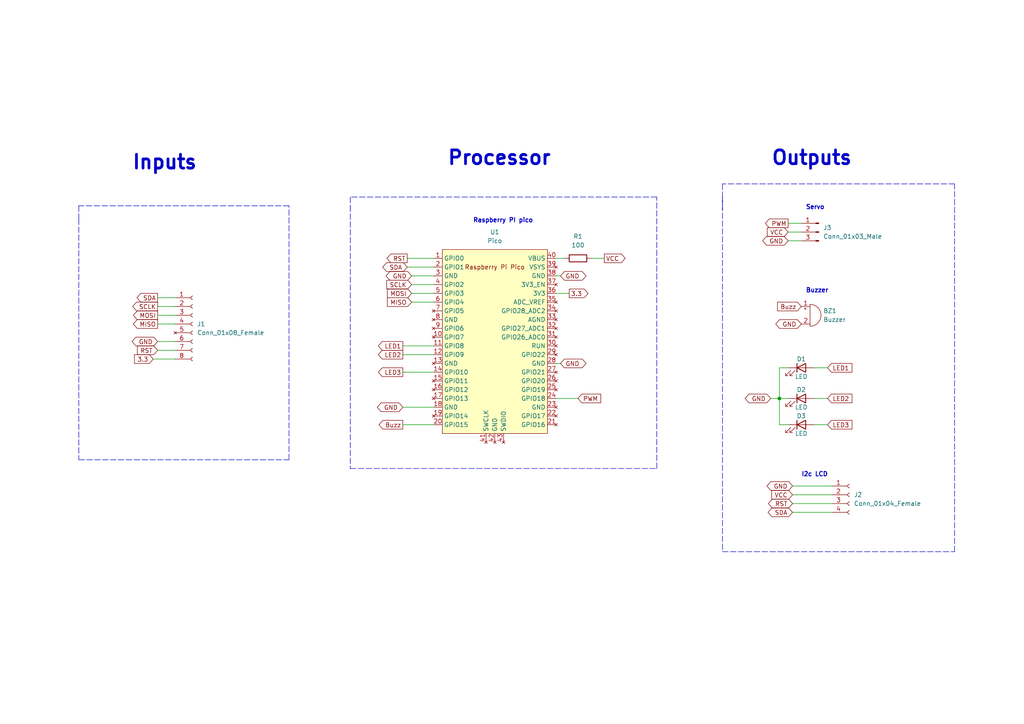
<source format=kicad_sch>
(kicad_sch (version 20211123) (generator eeschema)

  (uuid 9a9a6a0e-a1b2-4f7b-b64c-27328aee5fac)

  (paper "A4")

  (title_block
    (title "ECE388 project")
    (date "2022-10-11")
    (company "Group Members: ")
    (comment 1 "Ayyappan Rajesh")
    (comment 2 "Abhishek Bhattiprolu")
    (comment 3 "Husain Alshemmari")
    (comment 4 "Christian Fall")
  )

  (lib_symbols
    (symbol "Connector:Conn_01x03_Male" (pin_names (offset 1.016) hide) (in_bom yes) (on_board yes)
      (property "Reference" "J" (id 0) (at 0 5.08 0)
        (effects (font (size 1.27 1.27)))
      )
      (property "Value" "Conn_01x03_Male" (id 1) (at 0 -5.08 0)
        (effects (font (size 1.27 1.27)))
      )
      (property "Footprint" "" (id 2) (at 0 0 0)
        (effects (font (size 1.27 1.27)) hide)
      )
      (property "Datasheet" "~" (id 3) (at 0 0 0)
        (effects (font (size 1.27 1.27)) hide)
      )
      (property "ki_keywords" "connector" (id 4) (at 0 0 0)
        (effects (font (size 1.27 1.27)) hide)
      )
      (property "ki_description" "Generic connector, single row, 01x03, script generated (kicad-library-utils/schlib/autogen/connector/)" (id 5) (at 0 0 0)
        (effects (font (size 1.27 1.27)) hide)
      )
      (property "ki_fp_filters" "Connector*:*_1x??_*" (id 6) (at 0 0 0)
        (effects (font (size 1.27 1.27)) hide)
      )
      (symbol "Conn_01x03_Male_1_1"
        (polyline
          (pts
            (xy 1.27 -2.54)
            (xy 0.8636 -2.54)
          )
          (stroke (width 0.1524) (type default) (color 0 0 0 0))
          (fill (type none))
        )
        (polyline
          (pts
            (xy 1.27 0)
            (xy 0.8636 0)
          )
          (stroke (width 0.1524) (type default) (color 0 0 0 0))
          (fill (type none))
        )
        (polyline
          (pts
            (xy 1.27 2.54)
            (xy 0.8636 2.54)
          )
          (stroke (width 0.1524) (type default) (color 0 0 0 0))
          (fill (type none))
        )
        (rectangle (start 0.8636 -2.413) (end 0 -2.667)
          (stroke (width 0.1524) (type default) (color 0 0 0 0))
          (fill (type outline))
        )
        (rectangle (start 0.8636 0.127) (end 0 -0.127)
          (stroke (width 0.1524) (type default) (color 0 0 0 0))
          (fill (type outline))
        )
        (rectangle (start 0.8636 2.667) (end 0 2.413)
          (stroke (width 0.1524) (type default) (color 0 0 0 0))
          (fill (type outline))
        )
        (pin passive line (at 5.08 2.54 180) (length 3.81)
          (name "Pin_1" (effects (font (size 1.27 1.27))))
          (number "1" (effects (font (size 1.27 1.27))))
        )
        (pin passive line (at 5.08 0 180) (length 3.81)
          (name "Pin_2" (effects (font (size 1.27 1.27))))
          (number "2" (effects (font (size 1.27 1.27))))
        )
        (pin passive line (at 5.08 -2.54 180) (length 3.81)
          (name "Pin_3" (effects (font (size 1.27 1.27))))
          (number "3" (effects (font (size 1.27 1.27))))
        )
      )
    )
    (symbol "Connector:Conn_01x04_Female" (pin_names (offset 1.016) hide) (in_bom yes) (on_board yes)
      (property "Reference" "J?" (id 0) (at 1.27 0.0001 0)
        (effects (font (size 1.27 1.27)) (justify left))
      )
      (property "Value" "Conn_01x04_Female" (id 1) (at 1.27 -2.5399 0)
        (effects (font (size 1.27 1.27)) (justify left))
      )
      (property "Footprint" "" (id 2) (at 0 0 0)
        (effects (font (size 1.27 1.27)) hide)
      )
      (property "Datasheet" "~" (id 3) (at 0 0 0)
        (effects (font (size 1.27 1.27)) hide)
      )
      (property "ki_keywords" "connector" (id 4) (at 0 0 0)
        (effects (font (size 1.27 1.27)) hide)
      )
      (property "ki_description" "Generic connector, single row, 01x04, script generated (kicad-library-utils/schlib/autogen/connector/)" (id 5) (at 0 0 0)
        (effects (font (size 1.27 1.27)) hide)
      )
      (property "ki_fp_filters" "Connector*:*_1x??_*" (id 6) (at 0 0 0)
        (effects (font (size 1.27 1.27)) hide)
      )
      (symbol "Conn_01x04_Female_1_1"
        (arc (start 0 -4.572) (mid -0.508 -5.08) (end 0 -5.588)
          (stroke (width 0.1524) (type default) (color 0 0 0 0))
          (fill (type none))
        )
        (arc (start 0 -2.032) (mid -0.508 -2.54) (end 0 -3.048)
          (stroke (width 0.1524) (type default) (color 0 0 0 0))
          (fill (type none))
        )
        (polyline
          (pts
            (xy -1.27 -5.08)
            (xy -0.508 -5.08)
          )
          (stroke (width 0.1524) (type default) (color 0 0 0 0))
          (fill (type none))
        )
        (polyline
          (pts
            (xy -1.27 -2.54)
            (xy -0.508 -2.54)
          )
          (stroke (width 0.1524) (type default) (color 0 0 0 0))
          (fill (type none))
        )
        (polyline
          (pts
            (xy -1.27 0)
            (xy -0.508 0)
          )
          (stroke (width 0.1524) (type default) (color 0 0 0 0))
          (fill (type none))
        )
        (polyline
          (pts
            (xy -1.27 2.54)
            (xy -0.508 2.54)
          )
          (stroke (width 0.1524) (type default) (color 0 0 0 0))
          (fill (type none))
        )
        (arc (start 0 0.508) (mid -0.508 0) (end 0 -0.508)
          (stroke (width 0.1524) (type default) (color 0 0 0 0))
          (fill (type none))
        )
        (arc (start 0 3.048) (mid -0.508 2.54) (end 0 2.032)
          (stroke (width 0.1524) (type default) (color 0 0 0 0))
          (fill (type none))
        )
        (pin passive line (at -5.08 2.54 0) (length 3.81)
          (name "GND" (effects (font (size 1.27 1.27))))
          (number "1" (effects (font (size 1.27 1.27))))
        )
        (pin passive line (at -5.08 0 0) (length 3.81)
          (name "VCC" (effects (font (size 1.27 1.27))))
          (number "2" (effects (font (size 1.27 1.27))))
        )
        (pin passive line (at -5.08 -2.54 0) (length 3.81)
          (name "SDA" (effects (font (size 1.27 1.27))))
          (number "3" (effects (font (size 1.27 1.27))))
        )
        (pin passive line (at -5.08 -5.08 0) (length 3.81)
          (name "SCL" (effects (font (size 1.27 1.27))))
          (number "4" (effects (font (size 1.27 1.27))))
        )
      )
    )
    (symbol "Connector:Conn_01x08_Female" (pin_names (offset 1.016) hide) (in_bom yes) (on_board yes)
      (property "Reference" "J?" (id 0) (at 1.27 0.0001 0)
        (effects (font (size 1.27 1.27)) (justify left))
      )
      (property "Value" "Conn_01x08_Female" (id 1) (at 1.27 -2.5399 0)
        (effects (font (size 1.27 1.27)) (justify left))
      )
      (property "Footprint" "" (id 2) (at 0 0 0)
        (effects (font (size 1.27 1.27)) hide)
      )
      (property "Datasheet" "~" (id 3) (at 0 0 0)
        (effects (font (size 1.27 1.27)) hide)
      )
      (property "ki_keywords" "connector" (id 4) (at 0 0 0)
        (effects (font (size 1.27 1.27)) hide)
      )
      (property "ki_description" "Generic connector, single row, 01x08, script generated (kicad-library-utils/schlib/autogen/connector/)" (id 5) (at 0 0 0)
        (effects (font (size 1.27 1.27)) hide)
      )
      (property "ki_fp_filters" "Connector*:*_1x??_*" (id 6) (at 0 0 0)
        (effects (font (size 1.27 1.27)) hide)
      )
      (symbol "Conn_01x08_Female_1_1"
        (arc (start 0 -9.652) (mid -0.508 -10.16) (end 0 -10.668)
          (stroke (width 0.1524) (type default) (color 0 0 0 0))
          (fill (type none))
        )
        (arc (start 0 -7.112) (mid -0.508 -7.62) (end 0 -8.128)
          (stroke (width 0.1524) (type default) (color 0 0 0 0))
          (fill (type none))
        )
        (arc (start 0 -4.572) (mid -0.508 -5.08) (end 0 -5.588)
          (stroke (width 0.1524) (type default) (color 0 0 0 0))
          (fill (type none))
        )
        (arc (start 0 -2.032) (mid -0.508 -2.54) (end 0 -3.048)
          (stroke (width 0.1524) (type default) (color 0 0 0 0))
          (fill (type none))
        )
        (polyline
          (pts
            (xy -1.27 -10.16)
            (xy -0.508 -10.16)
          )
          (stroke (width 0.1524) (type default) (color 0 0 0 0))
          (fill (type none))
        )
        (polyline
          (pts
            (xy -1.27 -7.62)
            (xy -0.508 -7.62)
          )
          (stroke (width 0.1524) (type default) (color 0 0 0 0))
          (fill (type none))
        )
        (polyline
          (pts
            (xy -1.27 -5.08)
            (xy -0.508 -5.08)
          )
          (stroke (width 0.1524) (type default) (color 0 0 0 0))
          (fill (type none))
        )
        (polyline
          (pts
            (xy -1.27 -2.54)
            (xy -0.508 -2.54)
          )
          (stroke (width 0.1524) (type default) (color 0 0 0 0))
          (fill (type none))
        )
        (polyline
          (pts
            (xy -1.27 0)
            (xy -0.508 0)
          )
          (stroke (width 0.1524) (type default) (color 0 0 0 0))
          (fill (type none))
        )
        (polyline
          (pts
            (xy -1.27 2.54)
            (xy -0.508 2.54)
          )
          (stroke (width 0.1524) (type default) (color 0 0 0 0))
          (fill (type none))
        )
        (polyline
          (pts
            (xy -1.27 5.08)
            (xy -0.508 5.08)
          )
          (stroke (width 0.1524) (type default) (color 0 0 0 0))
          (fill (type none))
        )
        (polyline
          (pts
            (xy -1.27 7.62)
            (xy -0.508 7.62)
          )
          (stroke (width 0.1524) (type default) (color 0 0 0 0))
          (fill (type none))
        )
        (arc (start 0 0.508) (mid -0.508 0) (end 0 -0.508)
          (stroke (width 0.1524) (type default) (color 0 0 0 0))
          (fill (type none))
        )
        (arc (start 0 3.048) (mid -0.508 2.54) (end 0 2.032)
          (stroke (width 0.1524) (type default) (color 0 0 0 0))
          (fill (type none))
        )
        (arc (start 0 5.588) (mid -0.508 5.08) (end 0 4.572)
          (stroke (width 0.1524) (type default) (color 0 0 0 0))
          (fill (type none))
        )
        (arc (start 0 8.128) (mid -0.508 7.62) (end 0 7.112)
          (stroke (width 0.1524) (type default) (color 0 0 0 0))
          (fill (type none))
        )
        (pin passive line (at -5.08 7.62 0) (length 3.81)
          (name "SDA" (effects (font (size 1.27 1.27))))
          (number "1" (effects (font (size 1.27 1.27))))
        )
        (pin passive line (at -5.08 5.08 0) (length 3.81)
          (name "SCK" (effects (font (size 1.27 1.27))))
          (number "2" (effects (font (size 1.27 1.27))))
        )
        (pin passive line (at -5.08 2.54 0) (length 3.81)
          (name "MOSI" (effects (font (size 1.27 1.27))))
          (number "3" (effects (font (size 1.27 1.27))))
        )
        (pin passive line (at -5.08 0 0) (length 3.81)
          (name "MISO" (effects (font (size 1.27 1.27))))
          (number "4" (effects (font (size 1.27 1.27))))
        )
        (pin no_connect line (at -5.08 -2.54 0) (length 3.81)
          (name "IRQ" (effects (font (size 1.27 1.27))))
          (number "5" (effects (font (size 1.27 1.27))))
        )
        (pin passive line (at -5.08 -5.08 0) (length 3.81)
          (name "GND" (effects (font (size 1.27 1.27))))
          (number "6" (effects (font (size 1.27 1.27))))
        )
        (pin passive line (at -5.08 -7.62 0) (length 3.81)
          (name "RST" (effects (font (size 1.27 1.27))))
          (number "7" (effects (font (size 1.27 1.27))))
        )
        (pin passive line (at -5.08 -10.16 0) (length 3.81)
          (name "3.3V" (effects (font (size 1.27 1.27))))
          (number "8" (effects (font (size 1.27 1.27))))
        )
      )
    )
    (symbol "Device:Buzzer" (pin_names (offset 0.0254) hide) (in_bom yes) (on_board yes)
      (property "Reference" "BZ" (id 0) (at 3.81 1.27 0)
        (effects (font (size 1.27 1.27)) (justify left))
      )
      (property "Value" "Buzzer" (id 1) (at 3.81 -1.27 0)
        (effects (font (size 1.27 1.27)) (justify left))
      )
      (property "Footprint" "" (id 2) (at -0.635 2.54 90)
        (effects (font (size 1.27 1.27)) hide)
      )
      (property "Datasheet" "~" (id 3) (at -0.635 2.54 90)
        (effects (font (size 1.27 1.27)) hide)
      )
      (property "ki_keywords" "quartz resonator ceramic" (id 4) (at 0 0 0)
        (effects (font (size 1.27 1.27)) hide)
      )
      (property "ki_description" "Buzzer, polarized" (id 5) (at 0 0 0)
        (effects (font (size 1.27 1.27)) hide)
      )
      (property "ki_fp_filters" "*Buzzer*" (id 6) (at 0 0 0)
        (effects (font (size 1.27 1.27)) hide)
      )
      (symbol "Buzzer_0_1"
        (arc (start 0 -3.175) (mid 3.175 0) (end 0 3.175)
          (stroke (width 0) (type default) (color 0 0 0 0))
          (fill (type none))
        )
        (polyline
          (pts
            (xy -1.651 1.905)
            (xy -1.143 1.905)
          )
          (stroke (width 0) (type default) (color 0 0 0 0))
          (fill (type none))
        )
        (polyline
          (pts
            (xy -1.397 2.159)
            (xy -1.397 1.651)
          )
          (stroke (width 0) (type default) (color 0 0 0 0))
          (fill (type none))
        )
        (polyline
          (pts
            (xy 0 3.175)
            (xy 0 -3.175)
          )
          (stroke (width 0) (type default) (color 0 0 0 0))
          (fill (type none))
        )
      )
      (symbol "Buzzer_1_1"
        (pin passive line (at -2.54 2.54 0) (length 2.54)
          (name "-" (effects (font (size 1.27 1.27))))
          (number "1" (effects (font (size 1.27 1.27))))
        )
        (pin passive line (at -2.54 -2.54 0) (length 2.54)
          (name "+" (effects (font (size 1.27 1.27))))
          (number "2" (effects (font (size 1.27 1.27))))
        )
      )
    )
    (symbol "Device:LED" (pin_numbers hide) (pin_names (offset 1.016) hide) (in_bom yes) (on_board yes)
      (property "Reference" "D" (id 0) (at 0 2.54 0)
        (effects (font (size 1.27 1.27)))
      )
      (property "Value" "LED" (id 1) (at 0 -2.54 0)
        (effects (font (size 1.27 1.27)))
      )
      (property "Footprint" "" (id 2) (at 0 0 0)
        (effects (font (size 1.27 1.27)) hide)
      )
      (property "Datasheet" "~" (id 3) (at 0 0 0)
        (effects (font (size 1.27 1.27)) hide)
      )
      (property "ki_keywords" "LED diode" (id 4) (at 0 0 0)
        (effects (font (size 1.27 1.27)) hide)
      )
      (property "ki_description" "Light emitting diode" (id 5) (at 0 0 0)
        (effects (font (size 1.27 1.27)) hide)
      )
      (property "ki_fp_filters" "LED* LED_SMD:* LED_THT:*" (id 6) (at 0 0 0)
        (effects (font (size 1.27 1.27)) hide)
      )
      (symbol "LED_0_1"
        (polyline
          (pts
            (xy -1.27 -1.27)
            (xy -1.27 1.27)
          )
          (stroke (width 0.254) (type default) (color 0 0 0 0))
          (fill (type none))
        )
        (polyline
          (pts
            (xy -1.27 0)
            (xy 1.27 0)
          )
          (stroke (width 0) (type default) (color 0 0 0 0))
          (fill (type none))
        )
        (polyline
          (pts
            (xy 1.27 -1.27)
            (xy 1.27 1.27)
            (xy -1.27 0)
            (xy 1.27 -1.27)
          )
          (stroke (width 0.254) (type default) (color 0 0 0 0))
          (fill (type none))
        )
        (polyline
          (pts
            (xy -3.048 -0.762)
            (xy -4.572 -2.286)
            (xy -3.81 -2.286)
            (xy -4.572 -2.286)
            (xy -4.572 -1.524)
          )
          (stroke (width 0) (type default) (color 0 0 0 0))
          (fill (type none))
        )
        (polyline
          (pts
            (xy -1.778 -0.762)
            (xy -3.302 -2.286)
            (xy -2.54 -2.286)
            (xy -3.302 -2.286)
            (xy -3.302 -1.524)
          )
          (stroke (width 0) (type default) (color 0 0 0 0))
          (fill (type none))
        )
      )
      (symbol "LED_1_1"
        (pin passive line (at -3.81 0 0) (length 2.54)
          (name "K" (effects (font (size 1.27 1.27))))
          (number "1" (effects (font (size 1.27 1.27))))
        )
        (pin passive line (at 3.81 0 180) (length 2.54)
          (name "A" (effects (font (size 1.27 1.27))))
          (number "2" (effects (font (size 1.27 1.27))))
        )
      )
    )
    (symbol "Device:R" (pin_numbers hide) (pin_names (offset 0)) (in_bom yes) (on_board yes)
      (property "Reference" "R" (id 0) (at 2.032 0 90)
        (effects (font (size 1.27 1.27)))
      )
      (property "Value" "R" (id 1) (at 0 0 90)
        (effects (font (size 1.27 1.27)))
      )
      (property "Footprint" "" (id 2) (at -1.778 0 90)
        (effects (font (size 1.27 1.27)) hide)
      )
      (property "Datasheet" "~" (id 3) (at 0 0 0)
        (effects (font (size 1.27 1.27)) hide)
      )
      (property "ki_keywords" "R res resistor" (id 4) (at 0 0 0)
        (effects (font (size 1.27 1.27)) hide)
      )
      (property "ki_description" "Resistor" (id 5) (at 0 0 0)
        (effects (font (size 1.27 1.27)) hide)
      )
      (property "ki_fp_filters" "R_*" (id 6) (at 0 0 0)
        (effects (font (size 1.27 1.27)) hide)
      )
      (symbol "R_0_1"
        (rectangle (start -1.016 -2.54) (end 1.016 2.54)
          (stroke (width 0.254) (type default) (color 0 0 0 0))
          (fill (type none))
        )
      )
      (symbol "R_1_1"
        (pin passive line (at 0 3.81 270) (length 1.27)
          (name "~" (effects (font (size 1.27 1.27))))
          (number "1" (effects (font (size 1.27 1.27))))
        )
        (pin passive line (at 0 -3.81 90) (length 1.27)
          (name "~" (effects (font (size 1.27 1.27))))
          (number "2" (effects (font (size 1.27 1.27))))
        )
      )
    )
    (symbol "MCU_RaspberryPi_and_Boards:Pico" (in_bom yes) (on_board yes)
      (property "Reference" "U?" (id 0) (at 0 31.75 0)
        (effects (font (size 1.27 1.27)))
      )
      (property "Value" "Pico" (id 1) (at 0 29.21 0)
        (effects (font (size 1.27 1.27)))
      )
      (property "Footprint" "RPi_Pico:RPi_Pico_SMD_TH" (id 2) (at 0 0 90)
        (effects (font (size 1.27 1.27)) hide)
      )
      (property "Datasheet" "" (id 3) (at 0 0 0)
        (effects (font (size 1.27 1.27)) hide)
      )
      (symbol "Pico_0_0"
        (text "Raspberry Pi Pico" (at 0 21.59 0)
          (effects (font (size 1.27 1.27)))
        )
      )
      (symbol "Pico_0_1"
        (rectangle (start -15.24 26.67) (end 15.24 -26.67)
          (stroke (width 0) (type default) (color 0 0 0 0))
          (fill (type background))
        )
      )
      (symbol "Pico_1_1"
        (pin bidirectional line (at -17.78 24.13 0) (length 2.54)
          (name "GPIO0" (effects (font (size 1.27 1.27))))
          (number "1" (effects (font (size 1.27 1.27))))
        )
        (pin no_connect line (at -17.78 1.27 0) (length 2.54)
          (name "GPIO7" (effects (font (size 1.27 1.27))))
          (number "10" (effects (font (size 1.27 1.27))))
        )
        (pin bidirectional line (at -17.78 -1.27 0) (length 2.54)
          (name "GPIO8" (effects (font (size 1.27 1.27))))
          (number "11" (effects (font (size 1.27 1.27))))
        )
        (pin bidirectional line (at -17.78 -3.81 0) (length 2.54)
          (name "GPIO9" (effects (font (size 1.27 1.27))))
          (number "12" (effects (font (size 1.27 1.27))))
        )
        (pin no_connect line (at -17.78 -6.35 0) (length 2.54)
          (name "GND" (effects (font (size 1.27 1.27))))
          (number "13" (effects (font (size 1.27 1.27))))
        )
        (pin bidirectional line (at -17.78 -8.89 0) (length 2.54)
          (name "GPIO10" (effects (font (size 1.27 1.27))))
          (number "14" (effects (font (size 1.27 1.27))))
        )
        (pin no_connect line (at -17.78 -11.43 0) (length 2.54)
          (name "GPIO11" (effects (font (size 1.27 1.27))))
          (number "15" (effects (font (size 1.27 1.27))))
        )
        (pin no_connect line (at -17.78 -13.97 0) (length 2.54)
          (name "GPIO12" (effects (font (size 1.27 1.27))))
          (number "16" (effects (font (size 1.27 1.27))))
        )
        (pin no_connect line (at -17.78 -16.51 0) (length 2.54)
          (name "GPIO13" (effects (font (size 1.27 1.27))))
          (number "17" (effects (font (size 1.27 1.27))))
        )
        (pin power_in line (at -17.78 -19.05 0) (length 2.54)
          (name "GND" (effects (font (size 1.27 1.27))))
          (number "18" (effects (font (size 1.27 1.27))))
        )
        (pin no_connect line (at -17.78 -21.59 0) (length 2.54)
          (name "GPIO14" (effects (font (size 1.27 1.27))))
          (number "19" (effects (font (size 1.27 1.27))))
        )
        (pin bidirectional line (at -17.78 21.59 0) (length 2.54)
          (name "GPIO1" (effects (font (size 1.27 1.27))))
          (number "2" (effects (font (size 1.27 1.27))))
        )
        (pin bidirectional line (at -17.78 -24.13 0) (length 2.54)
          (name "GPIO15" (effects (font (size 1.27 1.27))))
          (number "20" (effects (font (size 1.27 1.27))))
        )
        (pin no_connect line (at 17.78 -24.13 180) (length 2.54)
          (name "GPIO16" (effects (font (size 1.27 1.27))))
          (number "21" (effects (font (size 1.27 1.27))))
        )
        (pin no_connect line (at 17.78 -21.59 180) (length 2.54)
          (name "GPIO17" (effects (font (size 1.27 1.27))))
          (number "22" (effects (font (size 1.27 1.27))))
        )
        (pin no_connect line (at 17.78 -19.05 180) (length 2.54)
          (name "GND" (effects (font (size 1.27 1.27))))
          (number "23" (effects (font (size 1.27 1.27))))
        )
        (pin bidirectional line (at 17.78 -16.51 180) (length 2.54)
          (name "GPIO18" (effects (font (size 1.27 1.27))))
          (number "24" (effects (font (size 1.27 1.27))))
        )
        (pin no_connect line (at 17.78 -13.97 180) (length 2.54)
          (name "GPIO19" (effects (font (size 1.27 1.27))))
          (number "25" (effects (font (size 1.27 1.27))))
        )
        (pin no_connect line (at 17.78 -11.43 180) (length 2.54)
          (name "GPIO20" (effects (font (size 1.27 1.27))))
          (number "26" (effects (font (size 1.27 1.27))))
        )
        (pin no_connect line (at 17.78 -8.89 180) (length 2.54)
          (name "GPIO21" (effects (font (size 1.27 1.27))))
          (number "27" (effects (font (size 1.27 1.27))))
        )
        (pin power_in line (at 17.78 -6.35 180) (length 2.54)
          (name "GND" (effects (font (size 1.27 1.27))))
          (number "28" (effects (font (size 1.27 1.27))))
        )
        (pin no_connect line (at 17.78 -3.81 180) (length 2.54)
          (name "GPIO22" (effects (font (size 1.27 1.27))))
          (number "29" (effects (font (size 1.27 1.27))))
        )
        (pin power_in line (at -17.78 19.05 0) (length 2.54)
          (name "GND" (effects (font (size 1.27 1.27))))
          (number "3" (effects (font (size 1.27 1.27))))
        )
        (pin no_connect line (at 17.78 -1.27 180) (length 2.54)
          (name "RUN" (effects (font (size 1.27 1.27))))
          (number "30" (effects (font (size 1.27 1.27))))
        )
        (pin no_connect line (at 17.78 1.27 180) (length 2.54)
          (name "GPIO26_ADC0" (effects (font (size 1.27 1.27))))
          (number "31" (effects (font (size 1.27 1.27))))
        )
        (pin no_connect line (at 17.78 3.81 180) (length 2.54)
          (name "GPIO27_ADC1" (effects (font (size 1.27 1.27))))
          (number "32" (effects (font (size 1.27 1.27))))
        )
        (pin no_connect line (at 17.78 6.35 180) (length 2.54)
          (name "AGND" (effects (font (size 1.27 1.27))))
          (number "33" (effects (font (size 1.27 1.27))))
        )
        (pin no_connect line (at 17.78 8.89 180) (length 2.54)
          (name "GPIO28_ADC2" (effects (font (size 1.27 1.27))))
          (number "34" (effects (font (size 1.27 1.27))))
        )
        (pin no_connect line (at 17.78 11.43 180) (length 2.54)
          (name "ADC_VREF" (effects (font (size 1.27 1.27))))
          (number "35" (effects (font (size 1.27 1.27))))
        )
        (pin power_in line (at 17.78 13.97 180) (length 2.54)
          (name "3V3" (effects (font (size 1.27 1.27))))
          (number "36" (effects (font (size 1.27 1.27))))
        )
        (pin no_connect line (at 17.78 16.51 180) (length 2.54)
          (name "3V3_EN" (effects (font (size 1.27 1.27))))
          (number "37" (effects (font (size 1.27 1.27))))
        )
        (pin bidirectional line (at 17.78 19.05 180) (length 2.54)
          (name "GND" (effects (font (size 1.27 1.27))))
          (number "38" (effects (font (size 1.27 1.27))))
        )
        (pin no_connect line (at 17.78 21.59 180) (length 2.54)
          (name "VSYS" (effects (font (size 1.27 1.27))))
          (number "39" (effects (font (size 1.27 1.27))))
        )
        (pin bidirectional line (at -17.78 16.51 0) (length 2.54)
          (name "GPIO2" (effects (font (size 1.27 1.27))))
          (number "4" (effects (font (size 1.27 1.27))))
        )
        (pin power_in line (at 17.78 24.13 180) (length 2.54)
          (name "VBUS" (effects (font (size 1.27 1.27))))
          (number "40" (effects (font (size 1.27 1.27))))
        )
        (pin no_connect line (at -2.54 -29.21 90) (length 2.54)
          (name "SWCLK" (effects (font (size 1.27 1.27))))
          (number "41" (effects (font (size 1.27 1.27))))
        )
        (pin no_connect line (at 0 -29.21 90) (length 2.54)
          (name "GND" (effects (font (size 1.27 1.27))))
          (number "42" (effects (font (size 1.27 1.27))))
        )
        (pin no_connect line (at 2.54 -29.21 90) (length 2.54)
          (name "SWDIO" (effects (font (size 1.27 1.27))))
          (number "43" (effects (font (size 1.27 1.27))))
        )
        (pin bidirectional line (at -17.78 13.97 0) (length 2.54)
          (name "GPIO3" (effects (font (size 1.27 1.27))))
          (number "5" (effects (font (size 1.27 1.27))))
        )
        (pin bidirectional line (at -17.78 11.43 0) (length 2.54)
          (name "GPIO4" (effects (font (size 1.27 1.27))))
          (number "6" (effects (font (size 1.27 1.27))))
        )
        (pin no_connect line (at -17.78 8.89 0) (length 2.54)
          (name "GPIO5" (effects (font (size 1.27 1.27))))
          (number "7" (effects (font (size 1.27 1.27))))
        )
        (pin no_connect line (at -17.78 6.35 0) (length 2.54)
          (name "GND" (effects (font (size 1.27 1.27))))
          (number "8" (effects (font (size 1.27 1.27))))
        )
        (pin no_connect line (at -17.78 3.81 0) (length 2.54)
          (name "GPIO6" (effects (font (size 1.27 1.27))))
          (number "9" (effects (font (size 1.27 1.27))))
        )
      )
    )
  )

  (junction (at 226.06 115.57) (diameter 0) (color 0 0 0 0)
    (uuid fa564ca6-3463-4b02-b6fe-35ac720ae75d)
  )

  (polyline (pts (xy 209.55 53.34) (xy 209.55 60.96))
    (stroke (width 0) (type default) (color 0 0 0 0))
    (uuid 02178af6-d5b9-4c60-b300-2b3a2e3df9d8)
  )

  (wire (pts (xy 226.06 115.57) (xy 228.6 115.57))
    (stroke (width 0) (type default) (color 0 0 0 0))
    (uuid 05670fc9-d995-402c-8588-5d68a0c9d973)
  )
  (polyline (pts (xy 276.86 53.34) (xy 209.55 53.34))
    (stroke (width 0) (type default) (color 0 0 0 0))
    (uuid 071b6006-4b42-4fdc-a1dc-8da2ed032cc6)
  )

  (wire (pts (xy 45.72 88.9) (xy 50.8 88.9))
    (stroke (width 0) (type default) (color 0 0 0 0))
    (uuid 07d83213-3a49-40d9-ae2b-49d01f3a4f0c)
  )
  (wire (pts (xy 118.11 77.47) (xy 125.73 77.47))
    (stroke (width 0) (type default) (color 0 0 0 0))
    (uuid 0c22db1d-a620-4c5c-97ba-5c7698542181)
  )
  (wire (pts (xy 229.87 146.05) (xy 241.3 146.05))
    (stroke (width 0) (type default) (color 0 0 0 0))
    (uuid 185da01c-6717-427e-adf5-25291205df59)
  )
  (wire (pts (xy 236.22 106.68) (xy 240.03 106.68))
    (stroke (width 0) (type default) (color 0 0 0 0))
    (uuid 1b037b7b-0df6-4786-983e-088b72fab8d7)
  )
  (wire (pts (xy 229.87 143.51) (xy 241.3 143.51))
    (stroke (width 0) (type default) (color 0 0 0 0))
    (uuid 1ccf66d9-9658-4d0d-9f2d-f3a58aaaadc9)
  )
  (wire (pts (xy 118.11 74.93) (xy 125.73 74.93))
    (stroke (width 0) (type default) (color 0 0 0 0))
    (uuid 244b4e7a-acf0-46e7-9433-3fa41f56376e)
  )
  (wire (pts (xy 116.84 102.87) (xy 125.73 102.87))
    (stroke (width 0) (type default) (color 0 0 0 0))
    (uuid 25700871-f4e3-4e23-9fb9-5e19bda28b3e)
  )
  (polyline (pts (xy 209.55 160.02) (xy 276.86 160.02))
    (stroke (width 0) (type default) (color 0 0 0 0))
    (uuid 26fdb871-e6ac-4b2e-b7b5-b3c6ad253318)
  )

  (wire (pts (xy 229.87 148.59) (xy 241.3 148.59))
    (stroke (width 0) (type default) (color 0 0 0 0))
    (uuid 29b88dac-b082-4745-bd13-a074b0f3fa30)
  )
  (polyline (pts (xy 190.5 57.15) (xy 101.6 57.15))
    (stroke (width 0) (type default) (color 0 0 0 0))
    (uuid 33ab7691-0efa-469e-a261-a9e596aa6da8)
  )
  (polyline (pts (xy 83.82 133.35) (xy 83.82 59.69))
    (stroke (width 0) (type default) (color 0 0 0 0))
    (uuid 35798061-1713-46bb-87ea-92d971ab2bee)
  )

  (wire (pts (xy 119.38 80.01) (xy 125.73 80.01))
    (stroke (width 0) (type default) (color 0 0 0 0))
    (uuid 3b5c1265-623a-4b58-8a28-6e03747d1734)
  )
  (wire (pts (xy 161.29 115.57) (xy 167.64 115.57))
    (stroke (width 0) (type default) (color 0 0 0 0))
    (uuid 3c4e0f08-9962-4a47-8aa7-df74f5d6e279)
  )
  (wire (pts (xy 228.6 67.31) (xy 232.41 67.31))
    (stroke (width 0) (type default) (color 0 0 0 0))
    (uuid 4724dae7-9242-4524-a3a9-26a49fe26048)
  )
  (polyline (pts (xy 83.82 59.69) (xy 22.86 59.69))
    (stroke (width 0) (type default) (color 0 0 0 0))
    (uuid 488295f5-2fdb-4c88-84d4-8821e1475854)
  )

  (wire (pts (xy 45.72 99.06) (xy 50.8 99.06))
    (stroke (width 0) (type default) (color 0 0 0 0))
    (uuid 4fb6e8eb-0886-4869-8e29-3f06da570613)
  )
  (wire (pts (xy 45.72 91.44) (xy 50.8 91.44))
    (stroke (width 0) (type default) (color 0 0 0 0))
    (uuid 54e645c2-9bd2-4318-832f-a514e6b102a6)
  )
  (wire (pts (xy 161.29 105.41) (xy 162.56 105.41))
    (stroke (width 0) (type default) (color 0 0 0 0))
    (uuid 581fa2bc-6964-4d7b-a63a-1d87736eddf3)
  )
  (wire (pts (xy 163.83 74.93) (xy 161.29 74.93))
    (stroke (width 0) (type default) (color 0 0 0 0))
    (uuid 5f917a81-cc1c-4767-a532-287ba84ad850)
  )
  (polyline (pts (xy 190.5 135.89) (xy 190.5 57.15))
    (stroke (width 0) (type default) (color 0 0 0 0))
    (uuid 68f506ff-aa79-4de2-b1a7-07d03754dfdf)
  )

  (wire (pts (xy 119.38 82.55) (xy 125.73 82.55))
    (stroke (width 0) (type default) (color 0 0 0 0))
    (uuid 69d43e23-1644-4782-aea2-a2622c4fbac3)
  )
  (wire (pts (xy 228.6 106.68) (xy 226.06 106.68))
    (stroke (width 0) (type default) (color 0 0 0 0))
    (uuid 714ebac2-97c0-4d66-8a89-70ff862746fa)
  )
  (wire (pts (xy 45.72 93.98) (xy 50.8 93.98))
    (stroke (width 0) (type default) (color 0 0 0 0))
    (uuid 72d87f91-ecdc-47ce-b914-f415df05dcff)
  )
  (polyline (pts (xy 276.86 160.02) (xy 276.86 53.34))
    (stroke (width 0) (type default) (color 0 0 0 0))
    (uuid 74369f9a-8ad1-466a-af09-93818ca287a1)
  )
  (polyline (pts (xy 101.6 57.15) (xy 101.6 60.96))
    (stroke (width 0) (type default) (color 0 0 0 0))
    (uuid 75a05815-c1fa-4996-8e6f-719183ad09f8)
  )

  (wire (pts (xy 45.72 86.36) (xy 50.8 86.36))
    (stroke (width 0) (type default) (color 0 0 0 0))
    (uuid 79c89af0-11af-43c6-bf10-07115ed3434e)
  )
  (wire (pts (xy 223.52 115.57) (xy 226.06 115.57))
    (stroke (width 0) (type default) (color 0 0 0 0))
    (uuid 85e832a5-b6ea-4c0e-a6ef-1dc4f93cb7df)
  )
  (polyline (pts (xy 22.86 133.35) (xy 83.82 133.35))
    (stroke (width 0) (type default) (color 0 0 0 0))
    (uuid 8ba52c11-e5e8-4048-9f21-994d27490fb1)
  )

  (wire (pts (xy 45.72 101.6) (xy 50.8 101.6))
    (stroke (width 0) (type default) (color 0 0 0 0))
    (uuid 92a9129d-426c-426f-9d31-b8f593341fda)
  )
  (wire (pts (xy 175.26 74.93) (xy 171.45 74.93))
    (stroke (width 0) (type default) (color 0 0 0 0))
    (uuid 9a47a7e6-920b-48af-a9cc-35084b07f94e)
  )
  (wire (pts (xy 119.38 85.09) (xy 125.73 85.09))
    (stroke (width 0) (type default) (color 0 0 0 0))
    (uuid 9bbb7bea-a0b9-4391-a2cb-b5a44d903390)
  )
  (wire (pts (xy 226.06 123.19) (xy 226.06 115.57))
    (stroke (width 0) (type default) (color 0 0 0 0))
    (uuid 9cebab56-fc9f-4533-ab63-7943c406acf7)
  )
  (wire (pts (xy 236.22 115.57) (xy 240.03 115.57))
    (stroke (width 0) (type default) (color 0 0 0 0))
    (uuid 9fc40f60-30d9-456b-9a51-ca80a90ebfbe)
  )
  (wire (pts (xy 116.84 107.95) (xy 125.73 107.95))
    (stroke (width 0) (type default) (color 0 0 0 0))
    (uuid aaba5b09-e4b4-4733-a2ad-8e9e33845a79)
  )
  (wire (pts (xy 116.84 118.11) (xy 125.73 118.11))
    (stroke (width 0) (type default) (color 0 0 0 0))
    (uuid ae3bd4ec-362e-4276-b645-41a629c41056)
  )
  (wire (pts (xy 226.06 106.68) (xy 226.06 115.57))
    (stroke (width 0) (type default) (color 0 0 0 0))
    (uuid b02c17a7-2ef2-485e-977c-5044aa8b280e)
  )
  (wire (pts (xy 116.84 100.33) (xy 125.73 100.33))
    (stroke (width 0) (type default) (color 0 0 0 0))
    (uuid b90db54b-e669-4fe5-8782-c36c8aa5a56f)
  )
  (polyline (pts (xy 22.86 63.5) (xy 22.86 133.35))
    (stroke (width 0) (type default) (color 0 0 0 0))
    (uuid bfd2cfd5-6cef-4901-a15c-8b40b1b378bb)
  )

  (wire (pts (xy 161.29 85.09) (xy 165.1 85.09))
    (stroke (width 0) (type default) (color 0 0 0 0))
    (uuid c6881c69-d86c-478f-a583-cff3da83a2d3)
  )
  (polyline (pts (xy 22.86 59.69) (xy 22.86 63.5))
    (stroke (width 0) (type default) (color 0 0 0 0))
    (uuid d3b57001-a49f-45c9-978b-6eee82c52f28)
  )

  (wire (pts (xy 162.56 80.01) (xy 161.29 80.01))
    (stroke (width 0) (type default) (color 0 0 0 0))
    (uuid d62e4b21-ee8f-4b3e-81e1-d204e8d28099)
  )
  (polyline (pts (xy 101.6 135.89) (xy 190.5 135.89))
    (stroke (width 0) (type default) (color 0 0 0 0))
    (uuid d74fb9c5-d046-4fbf-9036-329fcecfd600)
  )

  (wire (pts (xy 228.6 69.85) (xy 232.41 69.85))
    (stroke (width 0) (type default) (color 0 0 0 0))
    (uuid dade9d2e-27f6-4d53-9bd4-56395d1145d4)
  )
  (wire (pts (xy 236.22 123.19) (xy 240.03 123.19))
    (stroke (width 0) (type default) (color 0 0 0 0))
    (uuid de5d6eaf-2bbe-4db7-872c-2f922b41a2f9)
  )
  (wire (pts (xy 228.6 123.19) (xy 226.06 123.19))
    (stroke (width 0) (type default) (color 0 0 0 0))
    (uuid e05908e0-30e7-4982-b190-0da2be1a00d0)
  )
  (wire (pts (xy 229.87 140.97) (xy 241.3 140.97))
    (stroke (width 0) (type default) (color 0 0 0 0))
    (uuid e70afa77-8a9c-4992-b6f1-d55e47ace7ff)
  )
  (wire (pts (xy 119.38 87.63) (xy 125.73 87.63))
    (stroke (width 0) (type default) (color 0 0 0 0))
    (uuid ed0fee6b-8f7a-4320-9d3c-a7394b540877)
  )
  (polyline (pts (xy 209.55 57.15) (xy 209.55 160.02))
    (stroke (width 0) (type default) (color 0 0 0 0))
    (uuid ef73880e-deb6-4141-a803-4d1f7c6ce276)
  )

  (wire (pts (xy 44.45 104.14) (xy 50.8 104.14))
    (stroke (width 0) (type default) (color 0 0 0 0))
    (uuid f3199063-6c4e-46cf-a35f-69161a174f67)
  )
  (polyline (pts (xy 101.6 59.69) (xy 101.6 135.89))
    (stroke (width 0) (type default) (color 0 0 0 0))
    (uuid fa1460ff-1787-4ee2-bcbe-e31f6b503382)
  )

  (wire (pts (xy 116.84 123.19) (xy 125.73 123.19))
    (stroke (width 0) (type default) (color 0 0 0 0))
    (uuid fbac5928-88b2-4730-b6f3-1aaeb4a47399)
  )
  (wire (pts (xy 228.6 64.77) (xy 232.41 64.77))
    (stroke (width 0) (type default) (color 0 0 0 0))
    (uuid feded017-6547-4c19-811d-7fcdc0c1ab77)
  )

  (text "Buzzer " (at 233.68 85.09 0)
    (effects (font (size 1.27 1.27) bold) (justify left bottom))
    (uuid 118a87f3-4124-4ed4-b453-3b2aa56640f9)
  )
  (text "Processor " (at 129.54 48.26 0)
    (effects (font (size 4 4) bold) (justify left bottom))
    (uuid c9d9f8f4-b12f-4475-96d3-0c27895e987c)
  )
  (text "Outputs " (at 223.52 48.26 0)
    (effects (font (size 4 4) (thickness 0.8) bold) (justify left bottom))
    (uuid d9a0b6f1-6a7d-4c8e-8310-189cf98f8f30)
  )
  (text "I2c LCD" (at 232.41 138.43 0)
    (effects (font (size 1.27 1.27) bold) (justify left bottom))
    (uuid d9ae5674-8375-423c-a5fb-1c1f13059849)
  )
  (text "Inputs " (at 38.1 49.53 0)
    (effects (font (size 4 4) bold) (justify left bottom))
    (uuid f48b0596-368c-4749-b040-5d7446d86641)
  )
  (text "Servo" (at 233.68 60.96 0)
    (effects (font (size 1.27 1.27) bold) (justify left bottom))
    (uuid f50059c2-44a5-4cb4-a73c-594935301eb7)
  )
  (text "Raspberry PI pico " (at 137.16 64.77 0)
    (effects (font (size 1.27 1.27) bold) (justify left bottom))
    (uuid fc33b9bc-3022-473e-990a-6693662baa9a)
  )

  (global_label "LED2" (shape input) (at 240.03 115.57 0) (fields_autoplaced)
    (effects (font (size 1.27 1.27)) (justify left))
    (uuid 0bab198e-2a41-420a-919f-379ac80ca7b1)
    (property "Intersheet References" "${INTERSHEET_REFS}" (id 0) (at 247.0998 115.4906 0)
      (effects (font (size 1.27 1.27)) (justify left) hide)
    )
  )
  (global_label "GND" (shape bidirectional) (at 229.87 140.97 180) (fields_autoplaced)
    (effects (font (size 1.27 1.27)) (justify right))
    (uuid 0f66d963-cd23-4bf6-8c3f-5e4046bbe429)
    (property "Intersheet References" "${INTERSHEET_REFS}" (id 0) (at 223.5864 140.8906 0)
      (effects (font (size 1.27 1.27)) (justify right) hide)
    )
  )
  (global_label "PWM" (shape input) (at 167.64 115.57 0) (fields_autoplaced)
    (effects (font (size 1.27 1.27)) (justify left))
    (uuid 23daecb3-f7c1-4b89-b226-8d2895e55cf1)
    (property "Intersheet References" "${INTERSHEET_REFS}" (id 0) (at 174.226 115.6494 0)
      (effects (font (size 1.27 1.27)) (justify left) hide)
    )
  )
  (global_label "VCC" (shape input) (at 229.87 143.51 180) (fields_autoplaced)
    (effects (font (size 1.27 1.27)) (justify right))
    (uuid 334004a9-c5e6-4cce-8bec-1bbc782e53bc)
    (property "Intersheet References" "${INTERSHEET_REFS}" (id 0) (at 223.8283 143.4306 0)
      (effects (font (size 1.27 1.27)) (justify right) hide)
    )
  )
  (global_label "GND" (shape bidirectional) (at 162.56 105.41 0) (fields_autoplaced)
    (effects (font (size 1.27 1.27)) (justify left))
    (uuid 338f7be9-a43e-4f3b-b95a-4a19e0ed438b)
    (property "Intersheet References" "${INTERSHEET_REFS}" (id 0) (at 168.8436 105.3306 0)
      (effects (font (size 1.27 1.27)) (justify left) hide)
    )
  )
  (global_label "MISO" (shape input) (at 119.38 87.63 180) (fields_autoplaced)
    (effects (font (size 1.27 1.27)) (justify right))
    (uuid 463e96c5-057a-46b5-9c8d-d6453e7e80bb)
    (property "Intersheet References" "${INTERSHEET_REFS}" (id 0) (at 112.3707 87.5506 0)
      (effects (font (size 1.27 1.27)) (justify right) hide)
    )
  )
  (global_label "RST" (shape input) (at 45.72 101.6 180) (fields_autoplaced)
    (effects (font (size 1.27 1.27)) (justify right))
    (uuid 535c59b9-bf27-4f7d-ab67-46e832b9c06b)
    (property "Intersheet References" "${INTERSHEET_REFS}" (id 0) (at 39.8598 101.6794 0)
      (effects (font (size 1.27 1.27)) (justify right) hide)
    )
  )
  (global_label "SCLK" (shape output) (at 45.72 88.9 180) (fields_autoplaced)
    (effects (font (size 1.27 1.27)) (justify right))
    (uuid 56498e89-606f-4ef7-af6b-db7effc1a670)
    (property "Intersheet References" "${INTERSHEET_REFS}" (id 0) (at 38.5293 88.8206 0)
      (effects (font (size 1.27 1.27)) (justify right) hide)
    )
  )
  (global_label "LED3" (shape output) (at 116.84 107.95 180) (fields_autoplaced)
    (effects (font (size 1.27 1.27)) (justify right))
    (uuid 59f9b47e-a67c-47f7-b84d-45c5ba32e639)
    (property "Intersheet References" "${INTERSHEET_REFS}" (id 0) (at 109.7702 107.8706 0)
      (effects (font (size 1.27 1.27)) (justify right) hide)
    )
  )
  (global_label "RST" (shape output) (at 118.11 74.93 180) (fields_autoplaced)
    (effects (font (size 1.27 1.27)) (justify right))
    (uuid 5fdda4d7-ff33-44e3-a5f5-06a63acdede2)
    (property "Intersheet References" "${INTERSHEET_REFS}" (id 0) (at 112.2498 74.8506 0)
      (effects (font (size 1.27 1.27)) (justify right) hide)
    )
  )
  (global_label "LED2" (shape output) (at 116.84 102.87 180) (fields_autoplaced)
    (effects (font (size 1.27 1.27)) (justify right))
    (uuid 60e1106c-2fca-454a-8de9-5c6b35ff1095)
    (property "Intersheet References" "${INTERSHEET_REFS}" (id 0) (at 109.7702 102.7906 0)
      (effects (font (size 1.27 1.27)) (justify right) hide)
    )
  )
  (global_label "VCC" (shape output) (at 175.26 74.93 0) (fields_autoplaced)
    (effects (font (size 1.27 1.27)) (justify left))
    (uuid 662cfa85-7472-4382-a24d-faee10f5c891)
    (property "Intersheet References" "${INTERSHEET_REFS}" (id 0) (at 181.3017 74.8506 0)
      (effects (font (size 1.27 1.27)) (justify left) hide)
    )
  )
  (global_label "VCC" (shape input) (at 228.6 67.31 180) (fields_autoplaced)
    (effects (font (size 1.27 1.27)) (justify right))
    (uuid 6762f8f0-fd30-4a3d-bf15-1c8f1e6aaa7d)
    (property "Intersheet References" "${INTERSHEET_REFS}" (id 0) (at 222.5583 67.2306 0)
      (effects (font (size 1.27 1.27)) (justify right) hide)
    )
  )
  (global_label "3.3" (shape input) (at 44.45 104.14 180) (fields_autoplaced)
    (effects (font (size 1.27 1.27)) (justify right))
    (uuid 6786f60d-4155-422f-92e5-52f9567c9f34)
    (property "Intersheet References" "${INTERSHEET_REFS}" (id 0) (at 39.0131 104.0606 0)
      (effects (font (size 1.27 1.27)) (justify right) hide)
    )
  )
  (global_label "Buzz" (shape output) (at 116.84 123.19 180) (fields_autoplaced)
    (effects (font (size 1.27 1.27)) (justify right))
    (uuid 6a9481bd-0f80-42b9-9652-9399ee8c8a3b)
    (property "Intersheet References" "${INTERSHEET_REFS}" (id 0) (at 109.9517 123.1106 0)
      (effects (font (size 1.27 1.27)) (justify right) hide)
    )
  )
  (global_label "RST" (shape bidirectional) (at 229.87 146.05 180) (fields_autoplaced)
    (effects (font (size 1.27 1.27)) (justify right))
    (uuid 6eeecb8c-63e3-4e4f-8b98-431f0c61aed2)
    (property "Intersheet References" "${INTERSHEET_REFS}" (id 0) (at 224.0098 145.9706 0)
      (effects (font (size 1.27 1.27)) (justify right) hide)
    )
  )
  (global_label "SCLK" (shape input) (at 119.38 82.55 180) (fields_autoplaced)
    (effects (font (size 1.27 1.27)) (justify right))
    (uuid 74fef0e8-8387-4d76-a39d-a844f564bbec)
    (property "Intersheet References" "${INTERSHEET_REFS}" (id 0) (at 112.1893 82.4706 0)
      (effects (font (size 1.27 1.27)) (justify right) hide)
    )
  )
  (global_label "GND" (shape bidirectional) (at 228.6 69.85 180) (fields_autoplaced)
    (effects (font (size 1.27 1.27)) (justify right))
    (uuid 7cbe22dc-6cad-454a-a880-703e8254ac42)
    (property "Intersheet References" "${INTERSHEET_REFS}" (id 0) (at 222.3164 69.7706 0)
      (effects (font (size 1.27 1.27)) (justify right) hide)
    )
  )
  (global_label "SDA" (shape bidirectional) (at 229.87 148.59 180) (fields_autoplaced)
    (effects (font (size 1.27 1.27)) (justify right))
    (uuid 86455711-ba98-4a8d-8eb8-33a605008e25)
    (property "Intersheet References" "${INTERSHEET_REFS}" (id 0) (at 223.8888 148.5106 0)
      (effects (font (size 1.27 1.27)) (justify right) hide)
    )
  )
  (global_label "PWM" (shape output) (at 228.6 64.77 180) (fields_autoplaced)
    (effects (font (size 1.27 1.27)) (justify right))
    (uuid 91ebf7a3-2511-41be-ade6-79c1c9dfebcb)
    (property "Intersheet References" "${INTERSHEET_REFS}" (id 0) (at 222.014 64.6906 0)
      (effects (font (size 1.27 1.27)) (justify right) hide)
    )
  )
  (global_label "LED1" (shape output) (at 116.84 100.33 180) (fields_autoplaced)
    (effects (font (size 1.27 1.27)) (justify right))
    (uuid 98c15379-d867-4521-b0a1-a61b8c429839)
    (property "Intersheet References" "${INTERSHEET_REFS}" (id 0) (at 109.7702 100.2506 0)
      (effects (font (size 1.27 1.27)) (justify right) hide)
    )
  )
  (global_label "MOSI" (shape input) (at 119.38 85.09 180) (fields_autoplaced)
    (effects (font (size 1.27 1.27)) (justify right))
    (uuid a0c89355-5686-4331-bd52-6ee5815bbbcb)
    (property "Intersheet References" "${INTERSHEET_REFS}" (id 0) (at 112.3707 85.0106 0)
      (effects (font (size 1.27 1.27)) (justify right) hide)
    )
  )
  (global_label "GND" (shape bidirectional) (at 162.56 80.01 0) (fields_autoplaced)
    (effects (font (size 1.27 1.27)) (justify left))
    (uuid a6a83fa7-b385-4259-963e-e570f8ab5463)
    (property "Intersheet References" "${INTERSHEET_REFS}" (id 0) (at 168.8436 79.9306 0)
      (effects (font (size 1.27 1.27)) (justify left) hide)
    )
  )
  (global_label "GND" (shape bidirectional) (at 116.84 118.11 180) (fields_autoplaced)
    (effects (font (size 1.27 1.27)) (justify right))
    (uuid b28b29c7-5abd-47db-9d68-cf2174d5e692)
    (property "Intersheet References" "${INTERSHEET_REFS}" (id 0) (at 110.5564 118.0306 0)
      (effects (font (size 1.27 1.27)) (justify right) hide)
    )
  )
  (global_label "MISO" (shape output) (at 45.72 93.98 180) (fields_autoplaced)
    (effects (font (size 1.27 1.27)) (justify right))
    (uuid bec53056-184a-4681-8a7a-221941de9fd1)
    (property "Intersheet References" "${INTERSHEET_REFS}" (id 0) (at 38.7107 93.9006 0)
      (effects (font (size 1.27 1.27)) (justify right) hide)
    )
  )
  (global_label "LED3" (shape input) (at 240.03 123.19 0) (fields_autoplaced)
    (effects (font (size 1.27 1.27)) (justify left))
    (uuid c0874055-b90b-4f0b-bc3f-ec87709f29b4)
    (property "Intersheet References" "${INTERSHEET_REFS}" (id 0) (at 247.0998 123.1106 0)
      (effects (font (size 1.27 1.27)) (justify left) hide)
    )
  )
  (global_label "GND" (shape bidirectional) (at 45.72 99.06 180) (fields_autoplaced)
    (effects (font (size 1.27 1.27)) (justify right))
    (uuid c0bd0bee-7363-4905-b102-37eeb506a2b5)
    (property "Intersheet References" "${INTERSHEET_REFS}" (id 0) (at 39.4364 98.9806 0)
      (effects (font (size 1.27 1.27)) (justify right) hide)
    )
  )
  (global_label "GND" (shape bidirectional) (at 232.41 93.98 180) (fields_autoplaced)
    (effects (font (size 1.27 1.27)) (justify right))
    (uuid cf48a0c1-41e5-41a1-9739-84ed47307497)
    (property "Intersheet References" "${INTERSHEET_REFS}" (id 0) (at 226.1264 93.9006 0)
      (effects (font (size 1.27 1.27)) (justify right) hide)
    )
  )
  (global_label "Buzz" (shape input) (at 232.41 88.9 180) (fields_autoplaced)
    (effects (font (size 1.27 1.27)) (justify right))
    (uuid cfc9a159-8889-4e78-9b45-15421ad427ff)
    (property "Intersheet References" "${INTERSHEET_REFS}" (id 0) (at 225.5217 88.8206 0)
      (effects (font (size 1.27 1.27)) (justify right) hide)
    )
  )
  (global_label "GND" (shape bidirectional) (at 119.38 80.01 180) (fields_autoplaced)
    (effects (font (size 1.27 1.27)) (justify right))
    (uuid d323a85c-1c12-4eef-b39a-2cebdaf0035c)
    (property "Intersheet References" "${INTERSHEET_REFS}" (id 0) (at 113.0964 79.9306 0)
      (effects (font (size 1.27 1.27)) (justify right) hide)
    )
  )
  (global_label "MOSI" (shape output) (at 45.72 91.44 180) (fields_autoplaced)
    (effects (font (size 1.27 1.27)) (justify right))
    (uuid e556f843-1668-4780-8c73-a30564afb364)
    (property "Intersheet References" "${INTERSHEET_REFS}" (id 0) (at 38.7107 91.3606 0)
      (effects (font (size 1.27 1.27)) (justify right) hide)
    )
  )
  (global_label "SDA" (shape bidirectional) (at 118.11 77.47 180) (fields_autoplaced)
    (effects (font (size 1.27 1.27)) (justify right))
    (uuid e8d428e8-4253-4e05-bc52-4e3fda976ea9)
    (property "Intersheet References" "${INTERSHEET_REFS}" (id 0) (at 112.1288 77.3906 0)
      (effects (font (size 1.27 1.27)) (justify right) hide)
    )
  )
  (global_label "LED1" (shape input) (at 240.03 106.68 0) (fields_autoplaced)
    (effects (font (size 1.27 1.27)) (justify left))
    (uuid ec193b33-5b89-4c2c-8a60-f5d75364a22a)
    (property "Intersheet References" "${INTERSHEET_REFS}" (id 0) (at 247.0998 106.6006 0)
      (effects (font (size 1.27 1.27)) (justify left) hide)
    )
  )
  (global_label "3.3" (shape output) (at 165.1 85.09 0) (fields_autoplaced)
    (effects (font (size 1.27 1.27)) (justify left))
    (uuid ee96bdbb-b16d-4cd0-8a59-1eb3cd96429f)
    (property "Intersheet References" "${INTERSHEET_REFS}" (id 0) (at 170.5369 85.0106 0)
      (effects (font (size 1.27 1.27)) (justify left) hide)
    )
  )
  (global_label "SDA" (shape output) (at 45.72 86.36 180) (fields_autoplaced)
    (effects (font (size 1.27 1.27)) (justify right))
    (uuid f3186118-6eef-4504-9986-c741d5b5e1db)
    (property "Intersheet References" "${INTERSHEET_REFS}" (id 0) (at 39.7388 86.2806 0)
      (effects (font (size 1.27 1.27)) (justify right) hide)
    )
  )
  (global_label "GND" (shape bidirectional) (at 223.52 115.57 180) (fields_autoplaced)
    (effects (font (size 1.27 1.27)) (justify right))
    (uuid f79f2364-14ba-4319-b6e3-44ac499120a4)
    (property "Intersheet References" "${INTERSHEET_REFS}" (id 0) (at 217.2364 115.4906 0)
      (effects (font (size 1.27 1.27)) (justify right) hide)
    )
  )

  (symbol (lib_id "Device:LED") (at 232.41 106.68 0) (unit 1)
    (in_bom yes) (on_board yes)
    (uuid 05e478af-f0fd-49d0-83e3-b23e4640cad3)
    (property "Reference" "D1" (id 0) (at 232.41 104.14 0))
    (property "Value" "LED" (id 1) (at 232.41 109.22 0))
    (property "Footprint" "LED_THT:LED_D5.0mm" (id 2) (at 232.41 106.68 0)
      (effects (font (size 1.27 1.27)) hide)
    )
    (property "Datasheet" "~" (id 3) (at 232.41 106.68 0)
      (effects (font (size 1.27 1.27)) hide)
    )
    (pin "1" (uuid d9461a86-46c9-432e-8599-52d9bbb7c010))
    (pin "2" (uuid 0f6e96ad-a543-4f33-b48a-32fdeb516668))
  )

  (symbol (lib_id "Device:LED") (at 232.41 115.57 0) (unit 1)
    (in_bom yes) (on_board yes)
    (uuid 08261482-cd29-4aca-bf27-220ebe87f56f)
    (property "Reference" "D2" (id 0) (at 232.41 113.03 0))
    (property "Value" "LED" (id 1) (at 232.41 118.11 0))
    (property "Footprint" "LED_THT:LED_D5.0mm" (id 2) (at 232.41 115.57 0)
      (effects (font (size 1.27 1.27)) hide)
    )
    (property "Datasheet" "~" (id 3) (at 232.41 115.57 0)
      (effects (font (size 1.27 1.27)) hide)
    )
    (pin "1" (uuid 9e33b7d4-0a1c-485b-bc96-96dcac8f539f))
    (pin "2" (uuid 78894ca4-9c41-4817-82b0-5a8b442ba7bd))
  )

  (symbol (lib_id "MCU_RaspberryPi_and_Boards:Pico") (at 143.51 99.06 0) (unit 1)
    (in_bom yes) (on_board yes) (fields_autoplaced)
    (uuid 5c5fb2b1-6aa4-48ea-b10e-d2e22804034e)
    (property "Reference" "U1" (id 0) (at 143.51 67.31 0))
    (property "Value" "Pico" (id 1) (at 143.51 69.85 0))
    (property "Footprint" "PicoPCB:PicoPCB" (id 2) (at 143.51 99.06 90)
      (effects (font (size 1.27 1.27)) hide)
    )
    (property "Datasheet" "" (id 3) (at 143.51 99.06 0)
      (effects (font (size 1.27 1.27)) hide)
    )
    (pin "1" (uuid 099bd717-4f0c-4a94-a797-e387e157e293))
    (pin "10" (uuid 7bdce8dc-1b66-48c1-8476-8469a248c537))
    (pin "11" (uuid b264ac3b-dd5d-4817-823d-6c9e97a9f260))
    (pin "12" (uuid a53614b9-49cf-43aa-81a5-855f3a36fb76))
    (pin "13" (uuid 86cacdb5-4b65-4475-8553-ac13dc2c8486))
    (pin "14" (uuid 5efce12f-0118-46c9-bf31-016ccd7c2a0e))
    (pin "15" (uuid 07fe92d3-53df-48ec-af14-b1b611def992))
    (pin "16" (uuid 988fcbfd-f467-4bfc-99bc-f011b4879597))
    (pin "17" (uuid 343c5f07-1c2c-4cd5-9646-89c152bcbc8e))
    (pin "18" (uuid 6e85479c-5a61-451b-a682-88e9c75b28e2))
    (pin "19" (uuid 6afe75ce-6963-4d25-8049-fe69ef029f3e))
    (pin "2" (uuid 68938f5a-cf69-4dd2-9e28-e56b9764c8e2))
    (pin "20" (uuid 90a51630-9c9e-4773-b28f-352a5d797ebd))
    (pin "21" (uuid 85e8e6de-955b-48fa-b45f-2c64d47cab90))
    (pin "22" (uuid c960ea1c-cb7d-4480-a311-0e9a79e32a81))
    (pin "23" (uuid 7a48c39d-7ee2-46d1-a9e9-61c062a905f6))
    (pin "24" (uuid 0925eb12-9a11-498a-908b-b0723d8d8ca1))
    (pin "25" (uuid 5c070fba-ec33-4319-bfa8-8ff86b2f3c84))
    (pin "26" (uuid 152dc3fd-4e6c-4ee1-a8fd-41f41b2f2b88))
    (pin "27" (uuid 12186464-8fee-4418-817b-6e825c6f4174))
    (pin "28" (uuid 8b91715b-a9ee-4484-80eb-5ba75622bfca))
    (pin "29" (uuid 2a56dfb0-8f2d-42a8-9935-2a173663c2b5))
    (pin "3" (uuid 1834d481-30ec-49de-8f12-fa266ecb163c))
    (pin "30" (uuid 877385c0-be91-46db-9d04-fdf340c164fc))
    (pin "31" (uuid 5f7e5d75-dfec-4acb-ae78-cf8dd28454ab))
    (pin "32" (uuid 33c93dc1-4994-4a57-ae5b-0ad32dddd7ad))
    (pin "33" (uuid 37a16d08-d984-452d-a163-bb0af84133cf))
    (pin "34" (uuid 13501f37-e2b8-46ab-9a8e-8b89571fb5e0))
    (pin "35" (uuid a487a56e-3937-41fb-9626-35450e65e117))
    (pin "36" (uuid 66cabddf-9fe8-4b13-8763-9f627eed49c9))
    (pin "37" (uuid c2342b3d-1102-4120-89ea-3b611843129b))
    (pin "38" (uuid cde18c89-6dfe-43ff-903e-77d8351da083))
    (pin "39" (uuid 4fd578dc-a7e6-4e2d-8a8c-a3abb0d948c6))
    (pin "4" (uuid cc747f9d-6a9b-4145-9b92-16336ecf7cd7))
    (pin "40" (uuid e6b378c8-79e1-484a-be8b-442caab45358))
    (pin "41" (uuid 21205b5b-a320-4fdf-bfdc-d2257843f358))
    (pin "42" (uuid 12e7b833-181b-4a31-a21e-3bcd2ec1aaf7))
    (pin "43" (uuid a256b8be-d8ee-4194-bc26-ed17166535bf))
    (pin "5" (uuid 6f9c767e-8d05-45ec-958f-7f62a1e808ec))
    (pin "6" (uuid 563b1cad-bef7-4c12-95d5-937c2e17f67d))
    (pin "7" (uuid 15b9a52d-236f-4d82-a0b6-cf0045c4d20b))
    (pin "8" (uuid 1a5dd99b-002c-4d76-98f6-e9681e123ff9))
    (pin "9" (uuid d914f7be-71ca-418d-9736-f5f973b76eac))
  )

  (symbol (lib_id "Connector:Conn_01x08_Female") (at 55.88 93.98 0) (unit 1)
    (in_bom yes) (on_board yes) (fields_autoplaced)
    (uuid 674fff06-1f70-4bfd-af3a-db9475a9afac)
    (property "Reference" "J1" (id 0) (at 57.15 93.9799 0)
      (effects (font (size 1.27 1.27)) (justify left))
    )
    (property "Value" "Conn_01x08_Female" (id 1) (at 57.15 96.5199 0)
      (effects (font (size 1.27 1.27)) (justify left))
    )
    (property "Footprint" "Connector_PinSocket_2.54mm:PinSocket_1x08_P2.54mm_Vertical" (id 2) (at 55.88 93.98 0)
      (effects (font (size 1.27 1.27)) hide)
    )
    (property "Datasheet" "~" (id 3) (at 55.88 93.98 0)
      (effects (font (size 1.27 1.27)) hide)
    )
    (pin "1" (uuid 3847332f-19cc-4bfe-909a-ce29562916b3))
    (pin "2" (uuid 27284ea8-400a-4bcc-abf1-fb677be893da))
    (pin "3" (uuid f8be6ea2-0e27-47f3-8e9f-4b1391b093c3))
    (pin "4" (uuid 7875196f-7d6a-4fb0-b1c7-0ad45f924010))
    (pin "5" (uuid 5acd2a81-f836-43d0-a78c-a7d785678732))
    (pin "6" (uuid 6e240e79-3b87-4c0f-b46c-74b9ec5a779a))
    (pin "7" (uuid e81afd89-a38c-4ea7-a02e-246bd9361735))
    (pin "8" (uuid e47ab42b-4e3e-4477-a839-42e1e0096c08))
  )

  (symbol (lib_id "Device:Buzzer") (at 234.95 91.44 0) (unit 1)
    (in_bom yes) (on_board yes) (fields_autoplaced)
    (uuid 8c989551-4bc1-4af0-96b2-b6f1d95096de)
    (property "Reference" "BZ1" (id 0) (at 238.76 90.1699 0)
      (effects (font (size 1.27 1.27)) (justify left))
    )
    (property "Value" "Buzzer" (id 1) (at 238.76 92.7099 0)
      (effects (font (size 1.27 1.27)) (justify left))
    )
    (property "Footprint" "Buzzer_Beeper:Buzzer_12x9.5RM7.6" (id 2) (at 234.315 88.9 90)
      (effects (font (size 1.27 1.27)) hide)
    )
    (property "Datasheet" "~" (id 3) (at 234.315 88.9 90)
      (effects (font (size 1.27 1.27)) hide)
    )
    (pin "1" (uuid a29e9497-8039-4f3e-b2a4-9982bfc79b41))
    (pin "2" (uuid 71e1542c-b01b-4fdc-b9a5-8e451cf252b2))
  )

  (symbol (lib_id "Device:R") (at 167.64 74.93 270) (unit 1)
    (in_bom yes) (on_board yes) (fields_autoplaced)
    (uuid 9a01f94c-ba08-44b4-bb11-bb8322bc7947)
    (property "Reference" "R1" (id 0) (at 167.64 68.58 90))
    (property "Value" "100" (id 1) (at 167.64 71.12 90))
    (property "Footprint" "Resistor_THT:R_Axial_DIN0309_L9.0mm_D3.2mm_P12.70mm_Horizontal" (id 2) (at 167.64 73.152 90)
      (effects (font (size 1.27 1.27)) hide)
    )
    (property "Datasheet" "~" (id 3) (at 167.64 74.93 0)
      (effects (font (size 1.27 1.27)) hide)
    )
    (pin "1" (uuid 512ecef4-9557-4ac6-af05-4e908b43ac6a))
    (pin "2" (uuid 29093041-5284-4262-a4c4-565652718867))
  )

  (symbol (lib_id "Connector:Conn_01x03_Male") (at 237.49 67.31 0) (mirror y) (unit 1)
    (in_bom yes) (on_board yes) (fields_autoplaced)
    (uuid a1f85e5b-9949-41c7-a226-457ce81d84f7)
    (property "Reference" "J3" (id 0) (at 238.76 66.0399 0)
      (effects (font (size 1.27 1.27)) (justify right))
    )
    (property "Value" "Conn_01x03_Male" (id 1) (at 238.76 68.5799 0)
      (effects (font (size 1.27 1.27)) (justify right))
    )
    (property "Footprint" "Connector_PinHeader_2.54mm:PinHeader_1x03_P2.54mm_Vertical" (id 2) (at 237.49 67.31 0)
      (effects (font (size 1.27 1.27)) hide)
    )
    (property "Datasheet" "~" (id 3) (at 237.49 67.31 0)
      (effects (font (size 1.27 1.27)) hide)
    )
    (pin "1" (uuid 2483e564-50d9-4e58-b5ea-fbbb8882d395))
    (pin "2" (uuid 40b90fad-061c-4045-9d0d-cd4f22512cd3))
    (pin "3" (uuid 09ba41d8-aaa2-4f0f-8a49-cec925861de7))
  )

  (symbol (lib_id "Device:LED") (at 232.41 123.19 0) (unit 1)
    (in_bom yes) (on_board yes)
    (uuid dad6070a-ecf9-417d-86e7-8243e1818fed)
    (property "Reference" "D3" (id 0) (at 232.41 120.65 0))
    (property "Value" "LED" (id 1) (at 232.41 125.73 0))
    (property "Footprint" "LED_THT:LED_D5.0mm" (id 2) (at 232.41 123.19 0)
      (effects (font (size 1.27 1.27)) hide)
    )
    (property "Datasheet" "~" (id 3) (at 232.41 123.19 0)
      (effects (font (size 1.27 1.27)) hide)
    )
    (pin "1" (uuid ae23968d-9afb-4d05-bba1-ed27f2a962f7))
    (pin "2" (uuid 581856c7-05a9-4fc4-9f06-6f4deebdeb17))
  )

  (symbol (lib_id "Connector:Conn_01x04_Female") (at 246.38 143.51 0) (unit 1)
    (in_bom yes) (on_board yes) (fields_autoplaced)
    (uuid e6d80129-cc62-427d-a3bd-824014598245)
    (property "Reference" "J2" (id 0) (at 247.65 143.5099 0)
      (effects (font (size 1.27 1.27)) (justify left))
    )
    (property "Value" "Conn_01x04_Female" (id 1) (at 247.65 146.0499 0)
      (effects (font (size 1.27 1.27)) (justify left))
    )
    (property "Footprint" "Connector_PinSocket_2.54mm:PinSocket_1x04_P2.54mm_Vertical" (id 2) (at 246.38 143.51 0)
      (effects (font (size 1.27 1.27)) hide)
    )
    (property "Datasheet" "~" (id 3) (at 246.38 143.51 0)
      (effects (font (size 1.27 1.27)) hide)
    )
    (pin "1" (uuid 1e096c35-f9e8-47fd-975c-dd0e3039c308))
    (pin "2" (uuid f99c6fd3-5269-4f97-b606-0d4e35edbd6b))
    (pin "3" (uuid b8fe725d-983b-4bcd-adcf-46a6d70a7e07))
    (pin "4" (uuid df739856-af59-4975-8a35-ab0a6fdc09d2))
  )

  (sheet_instances
    (path "/" (page "1"))
  )

  (symbol_instances
    (path "/8c989551-4bc1-4af0-96b2-b6f1d95096de"
      (reference "BZ1") (unit 1) (value "Buzzer") (footprint "Buzzer_Beeper:Buzzer_12x9.5RM7.6")
    )
    (path "/05e478af-f0fd-49d0-83e3-b23e4640cad3"
      (reference "D1") (unit 1) (value "LED") (footprint "LED_THT:LED_D5.0mm")
    )
    (path "/08261482-cd29-4aca-bf27-220ebe87f56f"
      (reference "D2") (unit 1) (value "LED") (footprint "LED_THT:LED_D5.0mm")
    )
    (path "/dad6070a-ecf9-417d-86e7-8243e1818fed"
      (reference "D3") (unit 1) (value "LED") (footprint "LED_THT:LED_D5.0mm")
    )
    (path "/674fff06-1f70-4bfd-af3a-db9475a9afac"
      (reference "J1") (unit 1) (value "Conn_01x08_Female") (footprint "Connector_PinSocket_2.54mm:PinSocket_1x08_P2.54mm_Vertical")
    )
    (path "/e6d80129-cc62-427d-a3bd-824014598245"
      (reference "J2") (unit 1) (value "Conn_01x04_Female") (footprint "Connector_PinSocket_2.54mm:PinSocket_1x04_P2.54mm_Vertical")
    )
    (path "/a1f85e5b-9949-41c7-a226-457ce81d84f7"
      (reference "J3") (unit 1) (value "Conn_01x03_Male") (footprint "Connector_PinHeader_2.54mm:PinHeader_1x03_P2.54mm_Vertical")
    )
    (path "/9a01f94c-ba08-44b4-bb11-bb8322bc7947"
      (reference "R1") (unit 1) (value "100") (footprint "Resistor_THT:R_Axial_DIN0309_L9.0mm_D3.2mm_P12.70mm_Horizontal")
    )
    (path "/5c5fb2b1-6aa4-48ea-b10e-d2e22804034e"
      (reference "U1") (unit 1) (value "Pico") (footprint "PicoPCB:PicoPCB")
    )
  )
)

</source>
